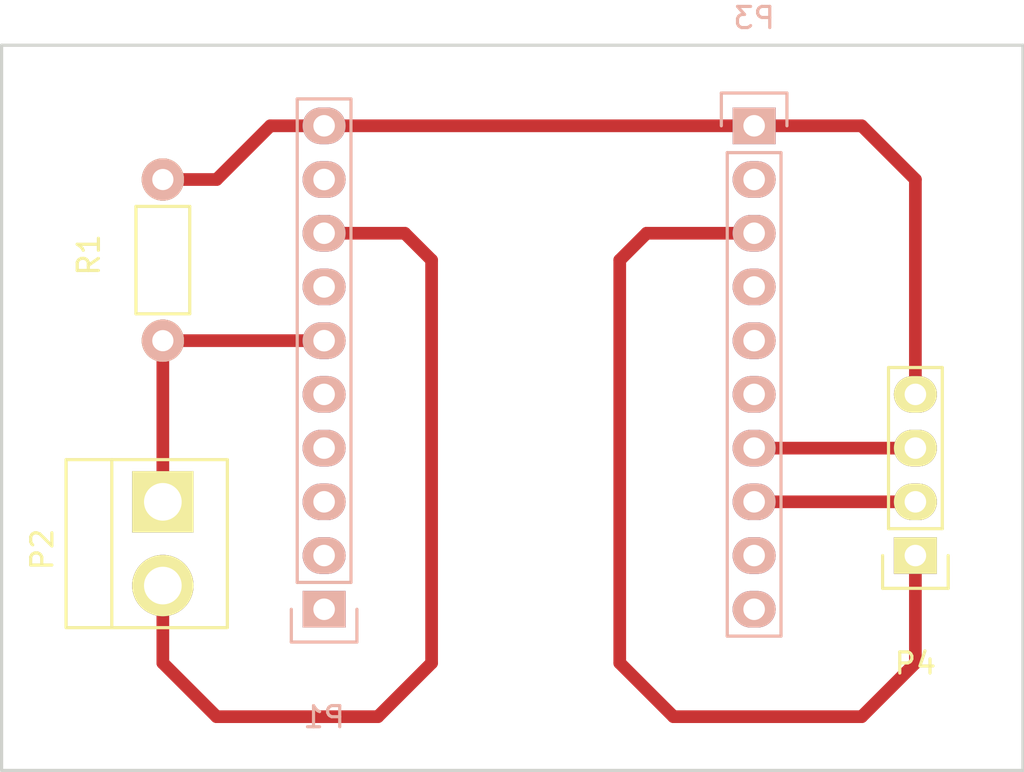
<source format=kicad_pcb>
(kicad_pcb (version 4) (host pcbnew 4.0.4-stable)

  (general
    (links 9)
    (no_connects 0)
    (area 134.544999 64.445 183.433334 101.675001)
    (thickness 1.6)
    (drawings 4)
    (tracks 25)
    (zones 0)
    (modules 5)
    (nets 20)
  )

  (page A4)
  (layers
    (0 F.Cu signal)
    (31 B.Cu signal)
    (32 B.Adhes user)
    (33 F.Adhes user)
    (34 B.Paste user)
    (35 F.Paste user)
    (36 B.SilkS user)
    (37 F.SilkS user)
    (38 B.Mask user)
    (39 F.Mask user)
    (40 Dwgs.User user)
    (41 Cmts.User user)
    (42 Eco1.User user)
    (43 Eco2.User user)
    (44 Edge.Cuts user)
    (45 Margin user)
    (46 B.CrtYd user)
    (47 F.CrtYd user)
    (48 B.Fab user)
    (49 F.Fab user)
  )

  (setup
    (last_trace_width 0.6)
    (trace_clearance 0.8)
    (zone_clearance 0.508)
    (zone_45_only no)
    (trace_min 0.2)
    (segment_width 0.2)
    (edge_width 0.15)
    (via_size 0.6)
    (via_drill 0.4)
    (via_min_size 0.4)
    (via_min_drill 0.3)
    (uvia_size 0.3)
    (uvia_drill 0.1)
    (uvias_allowed no)
    (uvia_min_size 0.2)
    (uvia_min_drill 0.1)
    (pcb_text_width 0.3)
    (pcb_text_size 1.5 1.5)
    (mod_edge_width 0.15)
    (mod_text_size 1 1)
    (mod_text_width 0.15)
    (pad_size 1.524 1.524)
    (pad_drill 0.762)
    (pad_to_mask_clearance 0.2)
    (aux_axis_origin 0 0)
    (visible_elements FFFFFF7F)
    (pcbplotparams
      (layerselection 0x01000_00000001)
      (usegerberextensions false)
      (excludeedgelayer true)
      (linewidth 0.100000)
      (plotframeref false)
      (viasonmask false)
      (mode 1)
      (useauxorigin false)
      (hpglpennumber 1)
      (hpglpenspeed 20)
      (hpglpendiameter 15)
      (hpglpenoverlay 2)
      (psnegative false)
      (psa4output false)
      (plotreference true)
      (plotvalue true)
      (plotinvisibletext false)
      (padsonsilk false)
      (subtractmaskfromsilk false)
      (outputformat 1)
      (mirror false)
      (drillshape 0)
      (scaleselection 1)
      (outputdirectory ""))
  )

  (net 0 "")
  (net 1 RST)
  (net 2 A)
  (net 3 EN)
  (net 4 PIN16)
  (net 5 PIN14)
  (net 6 BTN_READ)
  (net 7 PIN13)
  (net 8 VBat)
  (net 9 TX)
  (net 10 RX)
  (net 11 LD0)
  (net 12 LED_V)
  (net 13 PIN15)
  (net 14 PIN2)
  (net 15 PIN0)
  (net 16 DATA)
  (net 17 CLOCK)
  (net 18 V33)
  (net 19 GND)

  (net_class Default "This is the default net class."
    (clearance 0.8)
    (trace_width 0.6)
    (via_dia 0.6)
    (via_drill 0.4)
    (uvia_dia 0.3)
    (uvia_drill 0.1)
    (add_net A)
    (add_net BTN_READ)
    (add_net CLOCK)
    (add_net DATA)
    (add_net EN)
    (add_net GND)
    (add_net LD0)
    (add_net LED_V)
    (add_net PIN0)
    (add_net PIN13)
    (add_net PIN14)
    (add_net PIN15)
    (add_net PIN16)
    (add_net PIN2)
    (add_net RST)
    (add_net RX)
    (add_net TX)
    (add_net V33)
    (add_net VBat)
  )

  (module Resistors_ThroughHole:Resistor_Horizontal_RM7mm (layer F.Cu) (tedit 569FCF07) (tstamp 5809006E)
    (at 142.24 81.28 90)
    (descr "Resistor, Axial,  RM 7.62mm, 1/3W,")
    (tags "Resistor Axial RM 7.62mm 1/3W R3")
    (path /58090028)
    (fp_text reference R1 (at 4.05892 -3.50012 90) (layer F.SilkS)
      (effects (font (size 1 1) (thickness 0.15)))
    )
    (fp_text value R (at 3.81 3.81 90) (layer F.Fab)
      (effects (font (size 1 1) (thickness 0.15)))
    )
    (fp_line (start -1.25 -1.5) (end 8.85 -1.5) (layer F.CrtYd) (width 0.05))
    (fp_line (start -1.25 1.5) (end -1.25 -1.5) (layer F.CrtYd) (width 0.05))
    (fp_line (start 8.85 -1.5) (end 8.85 1.5) (layer F.CrtYd) (width 0.05))
    (fp_line (start -1.25 1.5) (end 8.85 1.5) (layer F.CrtYd) (width 0.05))
    (fp_line (start 1.27 -1.27) (end 6.35 -1.27) (layer F.SilkS) (width 0.15))
    (fp_line (start 6.35 -1.27) (end 6.35 1.27) (layer F.SilkS) (width 0.15))
    (fp_line (start 6.35 1.27) (end 1.27 1.27) (layer F.SilkS) (width 0.15))
    (fp_line (start 1.27 1.27) (end 1.27 -1.27) (layer F.SilkS) (width 0.15))
    (pad 1 thru_hole circle (at 0 0 90) (size 1.99898 1.99898) (drill 1.00076) (layers *.Cu *.SilkS *.Mask)
      (net 6 BTN_READ))
    (pad 2 thru_hole circle (at 7.62 0 90) (size 1.99898 1.99898) (drill 1.00076) (layers *.Cu *.SilkS *.Mask)
      (net 19 GND))
  )

  (module Pin_Headers:Pin_Header_Straight_1x10 (layer B.Cu) (tedit 0) (tstamp 580AA800)
    (at 149.86 93.98)
    (descr "Through hole pin header")
    (tags "pin header")
    (path /58083324)
    (fp_text reference P1 (at 0 5.1) (layer B.SilkS)
      (effects (font (size 1 1) (thickness 0.15)) (justify mirror))
    )
    (fp_text value CONN_01X10 (at 0 3.1) (layer B.Fab)
      (effects (font (size 1 1) (thickness 0.15)) (justify mirror))
    )
    (fp_line (start -1.75 1.75) (end -1.75 -24.65) (layer B.CrtYd) (width 0.05))
    (fp_line (start 1.75 1.75) (end 1.75 -24.65) (layer B.CrtYd) (width 0.05))
    (fp_line (start -1.75 1.75) (end 1.75 1.75) (layer B.CrtYd) (width 0.05))
    (fp_line (start -1.75 -24.65) (end 1.75 -24.65) (layer B.CrtYd) (width 0.05))
    (fp_line (start 1.27 -1.27) (end 1.27 -24.13) (layer B.SilkS) (width 0.15))
    (fp_line (start 1.27 -24.13) (end -1.27 -24.13) (layer B.SilkS) (width 0.15))
    (fp_line (start -1.27 -24.13) (end -1.27 -1.27) (layer B.SilkS) (width 0.15))
    (fp_line (start 1.55 1.55) (end 1.55 0) (layer B.SilkS) (width 0.15))
    (fp_line (start 1.27 -1.27) (end -1.27 -1.27) (layer B.SilkS) (width 0.15))
    (fp_line (start -1.55 0) (end -1.55 1.55) (layer B.SilkS) (width 0.15))
    (fp_line (start -1.55 1.55) (end 1.55 1.55) (layer B.SilkS) (width 0.15))
    (pad 1 thru_hole rect (at 0 0) (size 2.032 1.7272) (drill 1.016) (layers *.Cu *.Mask B.SilkS)
      (net 1 RST))
    (pad 2 thru_hole oval (at 0 -2.54) (size 2.032 1.7272) (drill 1.016) (layers *.Cu *.Mask B.SilkS)
      (net 2 A))
    (pad 3 thru_hole oval (at 0 -5.08) (size 2.032 1.7272) (drill 1.016) (layers *.Cu *.Mask B.SilkS)
      (net 3 EN))
    (pad 4 thru_hole oval (at 0 -7.62) (size 2.032 1.7272) (drill 1.016) (layers *.Cu *.Mask B.SilkS)
      (net 4 PIN16))
    (pad 5 thru_hole oval (at 0 -10.16) (size 2.032 1.7272) (drill 1.016) (layers *.Cu *.Mask B.SilkS)
      (net 5 PIN14))
    (pad 6 thru_hole oval (at 0 -12.7) (size 2.032 1.7272) (drill 1.016) (layers *.Cu *.Mask B.SilkS)
      (net 6 BTN_READ))
    (pad 7 thru_hole oval (at 0 -15.24) (size 2.032 1.7272) (drill 1.016) (layers *.Cu *.Mask B.SilkS)
      (net 7 PIN13))
    (pad 8 thru_hole oval (at 0 -17.78) (size 2.032 1.7272) (drill 1.016) (layers *.Cu *.Mask B.SilkS)
      (net 18 V33))
    (pad 9 thru_hole oval (at 0 -20.32) (size 2.032 1.7272) (drill 1.016) (layers *.Cu *.Mask B.SilkS)
      (net 8 VBat))
    (pad 10 thru_hole oval (at 0 -22.86) (size 2.032 1.7272) (drill 1.016) (layers *.Cu *.Mask B.SilkS)
      (net 19 GND))
    (model Pin_Headers.3dshapes/Pin_Header_Straight_1x10.wrl
      (at (xyz 0 -0.45 0))
      (scale (xyz 1 1 1))
      (rotate (xyz 0 0 90))
    )
  )

  (module Pin_Headers:Pin_Header_Straight_1x10 (layer B.Cu) (tedit 0) (tstamp 580AA828)
    (at 170.18 71.12 180)
    (descr "Through hole pin header")
    (tags "pin header")
    (path /58083370)
    (fp_text reference P3 (at 0 5.1 180) (layer B.SilkS)
      (effects (font (size 1 1) (thickness 0.15)) (justify mirror))
    )
    (fp_text value CONN_01X10 (at 0 3.1 180) (layer B.Fab)
      (effects (font (size 1 1) (thickness 0.15)) (justify mirror))
    )
    (fp_line (start -1.75 1.75) (end -1.75 -24.65) (layer B.CrtYd) (width 0.05))
    (fp_line (start 1.75 1.75) (end 1.75 -24.65) (layer B.CrtYd) (width 0.05))
    (fp_line (start -1.75 1.75) (end 1.75 1.75) (layer B.CrtYd) (width 0.05))
    (fp_line (start -1.75 -24.65) (end 1.75 -24.65) (layer B.CrtYd) (width 0.05))
    (fp_line (start 1.27 -1.27) (end 1.27 -24.13) (layer B.SilkS) (width 0.15))
    (fp_line (start 1.27 -24.13) (end -1.27 -24.13) (layer B.SilkS) (width 0.15))
    (fp_line (start -1.27 -24.13) (end -1.27 -1.27) (layer B.SilkS) (width 0.15))
    (fp_line (start 1.55 1.55) (end 1.55 0) (layer B.SilkS) (width 0.15))
    (fp_line (start 1.27 -1.27) (end -1.27 -1.27) (layer B.SilkS) (width 0.15))
    (fp_line (start -1.55 0) (end -1.55 1.55) (layer B.SilkS) (width 0.15))
    (fp_line (start -1.55 1.55) (end 1.55 1.55) (layer B.SilkS) (width 0.15))
    (pad 1 thru_hole rect (at 0 0 180) (size 2.032 1.7272) (drill 1.016) (layers *.Cu *.Mask B.SilkS)
      (net 19 GND))
    (pad 2 thru_hole oval (at 0 -2.54 180) (size 2.032 1.7272) (drill 1.016) (layers *.Cu *.Mask B.SilkS)
      (net 11 LD0))
    (pad 3 thru_hole oval (at 0 -5.08 180) (size 2.032 1.7272) (drill 1.016) (layers *.Cu *.Mask B.SilkS)
      (net 12 LED_V))
    (pad 4 thru_hole oval (at 0 -7.62 180) (size 2.032 1.7272) (drill 1.016) (layers *.Cu *.Mask B.SilkS)
      (net 13 PIN15))
    (pad 5 thru_hole oval (at 0 -10.16 180) (size 2.032 1.7272) (drill 1.016) (layers *.Cu *.Mask B.SilkS)
      (net 14 PIN2))
    (pad 6 thru_hole oval (at 0 -12.7 180) (size 2.032 1.7272) (drill 1.016) (layers *.Cu *.Mask B.SilkS)
      (net 15 PIN0))
    (pad 7 thru_hole oval (at 0 -15.24 180) (size 2.032 1.7272) (drill 1.016) (layers *.Cu *.Mask B.SilkS)
      (net 16 DATA))
    (pad 8 thru_hole oval (at 0 -17.78 180) (size 2.032 1.7272) (drill 1.016) (layers *.Cu *.Mask B.SilkS)
      (net 17 CLOCK))
    (pad 9 thru_hole oval (at 0 -20.32 180) (size 2.032 1.7272) (drill 1.016) (layers *.Cu *.Mask B.SilkS)
      (net 10 RX))
    (pad 10 thru_hole oval (at 0 -22.86 180) (size 2.032 1.7272) (drill 1.016) (layers *.Cu *.Mask B.SilkS)
      (net 9 TX))
    (model Pin_Headers.3dshapes/Pin_Header_Straight_1x10.wrl
      (at (xyz 0 -0.45 0))
      (scale (xyz 1 1 1))
      (rotate (xyz 0 0 90))
    )
  )

  (module Pin_Headers:Pin_Header_Straight_1x04 (layer F.Cu) (tedit 0) (tstamp 580AA840)
    (at 177.8 91.44 180)
    (descr "Through hole pin header")
    (tags "pin header")
    (path /58081E64)
    (fp_text reference P4 (at 0 -5.1 180) (layer F.SilkS)
      (effects (font (size 1 1) (thickness 0.15)))
    )
    (fp_text value CONN_01X04 (at 0 -3.1 180) (layer F.Fab)
      (effects (font (size 1 1) (thickness 0.15)))
    )
    (fp_line (start -1.75 -1.75) (end -1.75 9.4) (layer F.CrtYd) (width 0.05))
    (fp_line (start 1.75 -1.75) (end 1.75 9.4) (layer F.CrtYd) (width 0.05))
    (fp_line (start -1.75 -1.75) (end 1.75 -1.75) (layer F.CrtYd) (width 0.05))
    (fp_line (start -1.75 9.4) (end 1.75 9.4) (layer F.CrtYd) (width 0.05))
    (fp_line (start -1.27 1.27) (end -1.27 8.89) (layer F.SilkS) (width 0.15))
    (fp_line (start 1.27 1.27) (end 1.27 8.89) (layer F.SilkS) (width 0.15))
    (fp_line (start 1.55 -1.55) (end 1.55 0) (layer F.SilkS) (width 0.15))
    (fp_line (start -1.27 8.89) (end 1.27 8.89) (layer F.SilkS) (width 0.15))
    (fp_line (start 1.27 1.27) (end -1.27 1.27) (layer F.SilkS) (width 0.15))
    (fp_line (start -1.55 0) (end -1.55 -1.55) (layer F.SilkS) (width 0.15))
    (fp_line (start -1.55 -1.55) (end 1.55 -1.55) (layer F.SilkS) (width 0.15))
    (pad 1 thru_hole rect (at 0 0 180) (size 2.032 1.7272) (drill 1.016) (layers *.Cu *.Mask F.SilkS)
      (net 12 LED_V))
    (pad 2 thru_hole oval (at 0 2.54 180) (size 2.032 1.7272) (drill 1.016) (layers *.Cu *.Mask F.SilkS)
      (net 17 CLOCK))
    (pad 3 thru_hole oval (at 0 5.08 180) (size 2.032 1.7272) (drill 1.016) (layers *.Cu *.Mask F.SilkS)
      (net 16 DATA))
    (pad 4 thru_hole oval (at 0 7.62 180) (size 2.032 1.7272) (drill 1.016) (layers *.Cu *.Mask F.SilkS)
      (net 19 GND))
    (model Pin_Headers.3dshapes/Pin_Header_Straight_1x04.wrl
      (at (xyz 0 -0.15 0))
      (scale (xyz 1 1 1))
      (rotate (xyz 0 0 90))
    )
  )

  (module Pin_Headers:Pin_Header_Straight_1x02_Pitch3.96mm_Friction_Lock (layer F.Cu) (tedit 551E6FC5) (tstamp 580B1DE2)
    (at 142.24 88.9 270)
    (descr "Header Pin, Unshrouded, Friction Lock, Pitch 0.156\" (3.96mm)")
    (tags "Pin Header Straight 1x02 Pitch3.96mm 640445-2")
    (path /5808F565)
    (fp_text reference P2 (at 2.25 5.7 270) (layer F.SilkS)
      (effects (font (size 1 1) (thickness 0.15)))
    )
    (fp_text value CONN_01X02 (at 2.45 -4.15 270) (layer F.Fab)
      (effects (font (size 1 1) (thickness 0.15)))
    )
    (fp_line (start -2.25 -3.3) (end 6.2 -3.3) (layer F.CrtYd) (width 0.05))
    (fp_line (start 6.2 -3.3) (end 6.2 4.85) (layer F.CrtYd) (width 0.05))
    (fp_line (start 6.2 4.85) (end -2.25 4.85) (layer F.CrtYd) (width 0.05))
    (fp_line (start -2.25 4.85) (end -2.25 -3.3) (layer F.CrtYd) (width 0.05))
    (fp_line (start -1.9939 -3.048) (end 5.9309 -3.048) (layer F.SilkS) (width 0.15))
    (fp_line (start -1.9939 4.572) (end 5.9309 4.572) (layer F.SilkS) (width 0.15))
    (fp_line (start -1.9939 2.413) (end 5.9309 2.413) (layer F.SilkS) (width 0.15))
    (fp_line (start 5.95 -3.048) (end 5.95 4.572) (layer F.SilkS) (width 0.15))
    (fp_line (start -1.9939 -3.048) (end -1.9939 4.572) (layer F.SilkS) (width 0.15))
    (pad 1 thru_hole rect (at 0 0 270) (size 2.9 2.9) (drill 1.78) (layers *.Cu *.Mask F.SilkS)
      (net 6 BTN_READ))
    (pad 2 thru_hole circle (at 3.96 0 270) (size 2.9 2.9) (drill 1.78) (layers *.Cu *.Mask F.SilkS)
      (net 18 V33))
    (model Pin_Headers.3dshapes/Pin_Header_Straight_1x02_Pitch3.96mm_Friction_Lock.wrl
      (at (xyz 0.08 0 0.125))
      (scale (xyz 0.39 0.39 0.39))
      (rotate (xyz 0 0 180))
    )
  )

  (gr_line (start 182.88 67.31) (end 134.62 67.31) (angle 90) (layer Edge.Cuts) (width 0.15))
  (gr_line (start 134.62 101.6) (end 134.62 67.31) (angle 90) (layer Edge.Cuts) (width 0.15))
  (gr_line (start 182.88 101.6) (end 134.62 101.6) (angle 90) (layer Edge.Cuts) (width 0.15))
  (gr_line (start 182.88 67.31) (end 182.88 101.6) (angle 90) (layer Edge.Cuts) (width 0.15))

  (segment (start 142.24 81.28) (end 142.24 88.9) (width 0.6) (layer F.Cu) (net 6))
  (segment (start 149.86 81.28) (end 142.24 81.28) (width 0.6) (layer F.Cu) (net 6))
  (segment (start 170.18 76.2) (end 165.1 76.2) (width 0.6) (layer F.Cu) (net 12) (status 400000))
  (segment (start 177.8 96.52) (end 177.8 91.44) (width 0.6) (layer F.Cu) (net 12) (tstamp 580BA0F3) (status 800000))
  (segment (start 175.26 99.06) (end 177.8 96.52) (width 0.6) (layer F.Cu) (net 12) (tstamp 580BA0EF))
  (segment (start 166.37 99.06) (end 175.26 99.06) (width 0.6) (layer F.Cu) (net 12) (tstamp 580BA0ED))
  (segment (start 163.83 96.52) (end 166.37 99.06) (width 0.6) (layer F.Cu) (net 12) (tstamp 580BA0E6))
  (segment (start 163.83 77.47) (end 163.83 96.52) (width 0.6) (layer F.Cu) (net 12) (tstamp 580BA0E3))
  (segment (start 165.1 76.2) (end 163.83 77.47) (width 0.6) (layer F.Cu) (net 12) (tstamp 580BA0DD))
  (segment (start 170.18 86.36) (end 177.8 86.36) (width 0.6) (layer F.Cu) (net 16) (status C00000))
  (segment (start 170.18 88.9) (end 177.8 88.9) (width 0.6) (layer F.Cu) (net 17) (status C00000))
  (segment (start 149.86 76.2) (end 153.67 76.2) (width 0.6) (layer F.Cu) (net 18) (status 400000))
  (segment (start 142.24 96.52) (end 142.24 92.86) (width 0.6) (layer F.Cu) (net 18) (tstamp 580BA110) (status 800000))
  (segment (start 144.78 99.06) (end 142.24 96.52) (width 0.6) (layer F.Cu) (net 18) (tstamp 580BA10E))
  (segment (start 152.4 99.06) (end 144.78 99.06) (width 0.6) (layer F.Cu) (net 18) (tstamp 580BA10D))
  (segment (start 154.94 96.52) (end 152.4 99.06) (width 0.6) (layer F.Cu) (net 18) (tstamp 580BA109))
  (segment (start 154.94 77.47) (end 154.94 96.52) (width 0.6) (layer F.Cu) (net 18) (tstamp 580BA107))
  (segment (start 153.67 76.2) (end 154.94 77.47) (width 0.6) (layer F.Cu) (net 18) (tstamp 580BA104))
  (segment (start 170.18 71.12) (end 175.26 71.12) (width 0.6) (layer F.Cu) (net 19) (status 400000))
  (segment (start 177.8 73.66) (end 177.8 83.82) (width 0.6) (layer F.Cu) (net 19) (tstamp 580BA0AC) (status 800000))
  (segment (start 175.26 71.12) (end 177.8 73.66) (width 0.6) (layer F.Cu) (net 19) (tstamp 580BA0A8))
  (segment (start 149.86 71.12) (end 147.32 71.12) (width 0.6) (layer F.Cu) (net 19))
  (segment (start 144.78 73.66) (end 142.24 73.66) (width 0.6) (layer F.Cu) (net 19) (tstamp 580AB4DE))
  (segment (start 147.32 71.12) (end 144.78 73.66) (width 0.6) (layer F.Cu) (net 19) (tstamp 580AB4D9))
  (segment (start 170.18 71.12) (end 149.86 71.12) (width 0.6) (layer F.Cu) (net 19))

)

</source>
